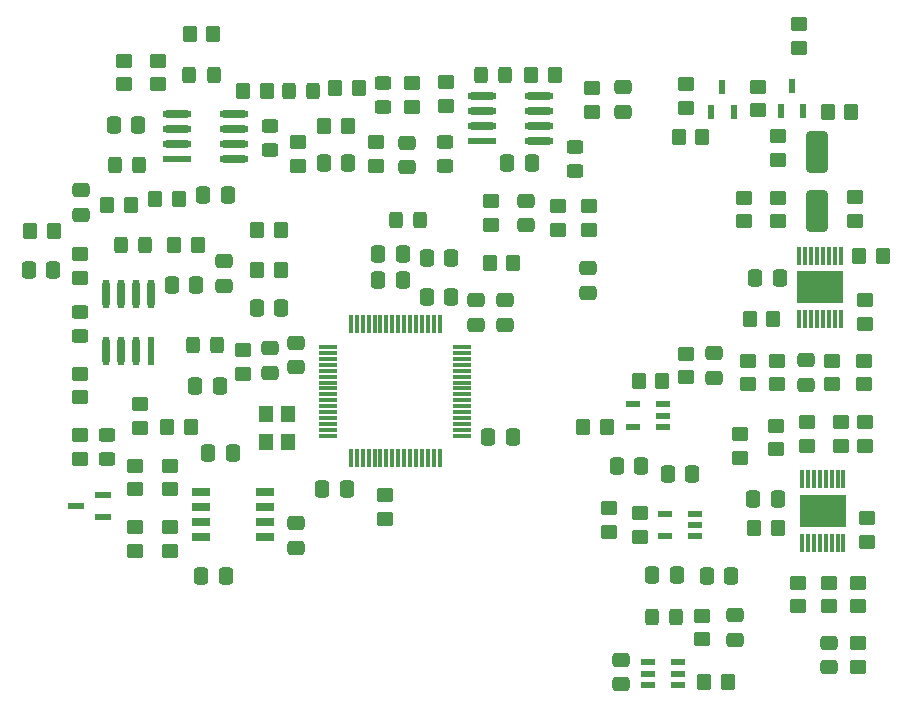
<source format=gbr>
%TF.GenerationSoftware,KiCad,Pcbnew,8.0.1*%
%TF.CreationDate,2024-08-13T20:03:31+03:00*%
%TF.ProjectId,Nodes,4e6f6465-732e-46b6-9963-61645f706362,rev?*%
%TF.SameCoordinates,Original*%
%TF.FileFunction,Paste,Bot*%
%TF.FilePolarity,Positive*%
%FSLAX46Y46*%
G04 Gerber Fmt 4.6, Leading zero omitted, Abs format (unit mm)*
G04 Created by KiCad (PCBNEW 8.0.1) date 2024-08-13 20:03:31*
%MOMM*%
%LPD*%
G01*
G04 APERTURE LIST*
G04 Aperture macros list*
%AMRoundRect*
0 Rectangle with rounded corners*
0 $1 Rounding radius*
0 $2 $3 $4 $5 $6 $7 $8 $9 X,Y pos of 4 corners*
0 Add a 4 corners polygon primitive as box body*
4,1,4,$2,$3,$4,$5,$6,$7,$8,$9,$2,$3,0*
0 Add four circle primitives for the rounded corners*
1,1,$1+$1,$2,$3*
1,1,$1+$1,$4,$5*
1,1,$1+$1,$6,$7*
1,1,$1+$1,$8,$9*
0 Add four rect primitives between the rounded corners*
20,1,$1+$1,$2,$3,$4,$5,0*
20,1,$1+$1,$4,$5,$6,$7,0*
20,1,$1+$1,$6,$7,$8,$9,0*
20,1,$1+$1,$8,$9,$2,$3,0*%
G04 Aperture macros list end*
%ADD10R,0.600000X1.250000*%
%ADD11RoundRect,0.250000X-0.450000X0.350000X-0.450000X-0.350000X0.450000X-0.350000X0.450000X0.350000X0*%
%ADD12RoundRect,0.250000X0.350000X0.450000X-0.350000X0.450000X-0.350000X-0.450000X0.350000X-0.450000X0*%
%ADD13RoundRect,0.250000X0.450000X-0.350000X0.450000X0.350000X-0.450000X0.350000X-0.450000X-0.350000X0*%
%ADD14RoundRect,0.250000X-0.475000X0.337500X-0.475000X-0.337500X0.475000X-0.337500X0.475000X0.337500X0*%
%ADD15RoundRect,0.250000X0.337500X0.475000X-0.337500X0.475000X-0.337500X-0.475000X0.337500X-0.475000X0*%
%ADD16RoundRect,0.250000X0.475000X-0.337500X0.475000X0.337500X-0.475000X0.337500X-0.475000X-0.337500X0*%
%ADD17RoundRect,0.250000X-0.337500X-0.475000X0.337500X-0.475000X0.337500X0.475000X-0.337500X0.475000X0*%
%ADD18RoundRect,0.250000X-0.450000X0.325000X-0.450000X-0.325000X0.450000X-0.325000X0.450000X0.325000X0*%
%ADD19RoundRect,0.250000X0.450000X-0.325000X0.450000X0.325000X-0.450000X0.325000X-0.450000X-0.325000X0*%
%ADD20R,0.622130X2.469160*%
%ADD21RoundRect,0.311065X0.000010X-0.923515X0.000010X0.923515X-0.000010X0.923515X-0.000010X-0.923515X0*%
%ADD22R,1.528000X0.650000*%
%ADD23R,1.200000X0.600000*%
%ADD24RoundRect,0.250000X0.325000X0.450000X-0.325000X0.450000X-0.325000X-0.450000X0.325000X-0.450000X0*%
%ADD25RoundRect,0.250000X-0.325000X-0.450000X0.325000X-0.450000X0.325000X0.450000X-0.325000X0.450000X0*%
%ADD26RoundRect,0.250000X-0.350000X-0.450000X0.350000X-0.450000X0.350000X0.450000X-0.350000X0.450000X0*%
%ADD27RoundRect,0.075000X-0.700000X-0.075000X0.700000X-0.075000X0.700000X0.075000X-0.700000X0.075000X0*%
%ADD28RoundRect,0.075000X-0.075000X-0.700000X0.075000X-0.700000X0.075000X0.700000X-0.075000X0.700000X0*%
%ADD29RoundRect,0.250000X-0.650000X1.500000X-0.650000X-1.500000X0.650000X-1.500000X0.650000X1.500000X0*%
%ADD30R,1.400000X0.600000*%
%ADD31R,2.469160X0.622130*%
%ADD32RoundRect,0.311065X-0.923515X-0.000010X0.923515X-0.000010X0.923515X0.000010X-0.923515X0.000010X0*%
%ADD33R,1.200000X1.400000*%
%ADD34R,1.150000X0.600000*%
%ADD35R,0.300000X1.500000*%
%ADD36R,3.910000X2.800000*%
G04 APERTURE END LIST*
D10*
%TO.C,Q2*%
X168551100Y-78753600D03*
X166651100Y-78753600D03*
X167601100Y-76653600D03*
%TD*%
%TO.C,Q1*%
X162651100Y-78803600D03*
X160751100Y-78803600D03*
X161701100Y-76703600D03*
%TD*%
D11*
%TO.C,R118*%
X168201100Y-71403600D03*
X168201100Y-73403600D03*
%TD*%
D12*
%TO.C,R117*%
X172601100Y-78803600D03*
X170601100Y-78803600D03*
%TD*%
D11*
%TO.C,R116*%
X166401100Y-80903600D03*
X166401100Y-82903600D03*
%TD*%
D13*
%TO.C,R115*%
X133101100Y-113303600D03*
X133101100Y-111303600D03*
%TD*%
%TO.C,R48*%
X159951100Y-123503600D03*
X159951100Y-121503600D03*
%TD*%
D14*
%TO.C,C82*%
X119501100Y-91466100D03*
X119501100Y-93541100D03*
%TD*%
D15*
%TO.C,C19*%
X157838600Y-118053600D03*
X155763600Y-118053600D03*
%TD*%
%TO.C,C78*%
X145538600Y-83203600D03*
X143463600Y-83203600D03*
%TD*%
D13*
%TO.C,R25*%
X173901100Y-115253640D03*
X173901100Y-113253640D03*
%TD*%
D16*
%TO.C,C71*%
X107401100Y-87541100D03*
X107401100Y-85466100D03*
%TD*%
D12*
%TO.C,R97*%
X130901100Y-76803600D03*
X128901100Y-76803600D03*
%TD*%
D17*
%TO.C,C48*%
X117563600Y-118103600D03*
X119638600Y-118103600D03*
%TD*%
D18*
%TO.C,L26*%
X138201100Y-81378600D03*
X138201100Y-83428600D03*
%TD*%
D11*
%TO.C,R22*%
X171701100Y-105103600D03*
X171701100Y-107103600D03*
%TD*%
D17*
%TO.C,C29*%
X160363600Y-118103600D03*
X162438600Y-118103600D03*
%TD*%
D15*
%TO.C,C22*%
X120238600Y-107703600D03*
X118163600Y-107703600D03*
%TD*%
D13*
%TO.C,R64*%
X147801100Y-88803600D03*
X147801100Y-86803600D03*
%TD*%
D15*
%TO.C,C16*%
X134638600Y-93103600D03*
X132563600Y-93103600D03*
%TD*%
D18*
%TO.C,L25*%
X133001100Y-76378600D03*
X133001100Y-78428600D03*
%TD*%
D11*
%TO.C,R9*%
X173701100Y-99903600D03*
X173701100Y-101903600D03*
%TD*%
D19*
%TO.C,L28*%
X107301100Y-97828600D03*
X107301100Y-95778600D03*
%TD*%
D11*
%TO.C,R62*%
X150401100Y-86803600D03*
X150401100Y-88803600D03*
%TD*%
%TO.C,R37*%
X114901100Y-108803600D03*
X114901100Y-110803600D03*
%TD*%
D12*
%TO.C,R104*%
X105101100Y-88903600D03*
X103101100Y-88903600D03*
%TD*%
D14*
%TO.C,C61*%
X153301100Y-76766100D03*
X153301100Y-78841100D03*
%TD*%
D12*
%TO.C,R81*%
X118601100Y-72203600D03*
X116601100Y-72203600D03*
%TD*%
D16*
%TO.C,C80*%
X145101100Y-88441100D03*
X145101100Y-86366100D03*
%TD*%
D20*
%TO.C,U10*%
X113306090Y-99117180D03*
D21*
X112036090Y-99117180D03*
X110766090Y-99117180D03*
X109496090Y-99117180D03*
X109496090Y-94290010D03*
X110766090Y-94290010D03*
X112036090Y-94290010D03*
X113306090Y-94290010D03*
%TD*%
D22*
%TO.C,IC4*%
X123001100Y-110998650D03*
X123001100Y-112268650D03*
X123001100Y-113538650D03*
X123001100Y-114808650D03*
X117579110Y-114808650D03*
X117579110Y-113538650D03*
X117579110Y-112268650D03*
X117579110Y-110998650D03*
%TD*%
D15*
%TO.C,C8*%
X166538600Y-92903600D03*
X164463600Y-92903600D03*
%TD*%
D11*
%TO.C,R8*%
X172901110Y-86053620D03*
X172901110Y-88053620D03*
%TD*%
%TO.C,R96*%
X142101100Y-86403600D03*
X142101100Y-88403600D03*
%TD*%
D15*
%TO.C,C30*%
X159138600Y-109503600D03*
X157063600Y-109503600D03*
%TD*%
D16*
%TO.C,C12*%
X140801100Y-96841100D03*
X140801100Y-94766100D03*
%TD*%
D11*
%TO.C,R35*%
X158601100Y-99303600D03*
X158601100Y-101303600D03*
%TD*%
D17*
%TO.C,C13*%
X141863600Y-106403600D03*
X143938600Y-106403600D03*
%TD*%
D23*
%TO.C,PS1*%
X157901100Y-125453600D03*
X157901100Y-126403600D03*
X157901100Y-127353600D03*
X155401100Y-127353600D03*
X155401100Y-126403600D03*
X155401100Y-125453600D03*
%TD*%
D16*
%TO.C,C7*%
X168763600Y-101941100D03*
X168763600Y-99866100D03*
%TD*%
D15*
%TO.C,C15*%
X129901100Y-110803600D03*
X127826100Y-110803600D03*
%TD*%
D13*
%TO.C,R98*%
X135401100Y-78403600D03*
X135401100Y-76403600D03*
%TD*%
D16*
%TO.C,C11*%
X143301100Y-96841100D03*
X143301100Y-94766100D03*
%TD*%
D24*
%TO.C,L19*%
X112326100Y-83303600D03*
X110276100Y-83303600D03*
%TD*%
D12*
%TO.C,R40*%
X151901100Y-105503600D03*
X149901100Y-105503600D03*
%TD*%
D13*
%TO.C,R11*%
X173801100Y-96803600D03*
X173801100Y-94803600D03*
%TD*%
D12*
%TO.C,R18*%
X166401100Y-114103600D03*
X164401100Y-114103600D03*
%TD*%
D17*
%TO.C,C69*%
X127963600Y-83203600D03*
X130038600Y-83203600D03*
%TD*%
D25*
%TO.C,L18*%
X124976100Y-77103600D03*
X127026100Y-77103600D03*
%TD*%
D11*
%TO.C,R106*%
X107301100Y-106203600D03*
X107301100Y-108203600D03*
%TD*%
%TO.C,R75*%
X113901100Y-74503600D03*
X113901100Y-76503600D03*
%TD*%
D12*
%TO.C,R39*%
X156601100Y-101603600D03*
X154601100Y-101603600D03*
%TD*%
D25*
%TO.C,L5*%
X155726100Y-121603600D03*
X157776100Y-121603600D03*
%TD*%
D18*
%TO.C,L20*%
X123401100Y-80053600D03*
X123401100Y-82103600D03*
%TD*%
D26*
%TO.C,R80*%
X122301100Y-88803600D03*
X124301100Y-88803600D03*
%TD*%
D11*
%TO.C,R19*%
X166201100Y-105403600D03*
X166201100Y-107403600D03*
%TD*%
D19*
%TO.C,L27*%
X109601100Y-108228600D03*
X109601100Y-106178600D03*
%TD*%
D26*
%TO.C,R49*%
X160151100Y-127103600D03*
X162151100Y-127103600D03*
%TD*%
D25*
%TO.C,L11*%
X141276100Y-75703600D03*
X143326100Y-75703600D03*
%TD*%
D27*
%TO.C,U11*%
X128326100Y-106253600D03*
X128326100Y-105753600D03*
X128326100Y-105253600D03*
X128326100Y-104753600D03*
X128326100Y-104253600D03*
X128326100Y-103753600D03*
X128326100Y-103253600D03*
X128326100Y-102753600D03*
X128326100Y-102253600D03*
X128326100Y-101753600D03*
X128326100Y-101253600D03*
X128326100Y-100753600D03*
X128326100Y-100253600D03*
X128326100Y-99753600D03*
X128326100Y-99253600D03*
X128326100Y-98753600D03*
D28*
X130251100Y-96828600D03*
X130751100Y-96828600D03*
X131251100Y-96828600D03*
X131751100Y-96828600D03*
X132251100Y-96828600D03*
X132751100Y-96828600D03*
X133251100Y-96828600D03*
X133751100Y-96828600D03*
X134251100Y-96828600D03*
X134751100Y-96828600D03*
X135251100Y-96828600D03*
X135751100Y-96828600D03*
X136251100Y-96828600D03*
X136751100Y-96828600D03*
X137251100Y-96828600D03*
X137751100Y-96828600D03*
D27*
X139676100Y-98753600D03*
X139676100Y-99253600D03*
X139676100Y-99753600D03*
X139676100Y-100253600D03*
X139676100Y-100753600D03*
X139676100Y-101253600D03*
X139676100Y-101753600D03*
X139676100Y-102253600D03*
X139676100Y-102753600D03*
X139676100Y-103253600D03*
X139676100Y-103753600D03*
X139676100Y-104253600D03*
X139676100Y-104753600D03*
X139676100Y-105253600D03*
X139676100Y-105753600D03*
X139676100Y-106253600D03*
D28*
X137751100Y-108178600D03*
X137251100Y-108178600D03*
X136751100Y-108178600D03*
X136251100Y-108178600D03*
X135751100Y-108178600D03*
X135251100Y-108178600D03*
X134751100Y-108178600D03*
X134251100Y-108178600D03*
X133751100Y-108178600D03*
X133251100Y-108178600D03*
X132751100Y-108178600D03*
X132251100Y-108178600D03*
X131751100Y-108178600D03*
X131251100Y-108178600D03*
X130751100Y-108178600D03*
X130251100Y-108178600D03*
%TD*%
D25*
%TO.C,L29*%
X116876100Y-98603600D03*
X118926100Y-98603600D03*
%TD*%
D29*
%TO.C,D1*%
X169738600Y-82203600D03*
X169738600Y-87203600D03*
%TD*%
D13*
%TO.C,R100*%
X112401100Y-105603600D03*
X112401100Y-103603600D03*
%TD*%
D11*
%TO.C,R63*%
X138301100Y-76303600D03*
X138301100Y-78303600D03*
%TD*%
D26*
%TO.C,R78*%
X109601100Y-86703600D03*
X111601100Y-86703600D03*
%TD*%
D11*
%TO.C,R21*%
X168101100Y-118703600D03*
X168101100Y-120703600D03*
%TD*%
D25*
%TO.C,L30*%
X110776100Y-90103600D03*
X112826100Y-90103600D03*
%TD*%
D26*
%TO.C,R60*%
X145501100Y-75703600D03*
X147501100Y-75703600D03*
%TD*%
D30*
%TO.C,D4*%
X109251100Y-111253600D03*
X109251100Y-113153600D03*
X106951100Y-112203600D03*
%TD*%
D17*
%TO.C,C84*%
X117063600Y-102003600D03*
X119138600Y-102003600D03*
%TD*%
D11*
%TO.C,R42*%
X152101100Y-112403600D03*
X152101100Y-114403600D03*
%TD*%
D14*
%TO.C,C14*%
X125601100Y-98366100D03*
X125601100Y-100441100D03*
%TD*%
D17*
%TO.C,C21*%
X136663600Y-94503600D03*
X138738600Y-94503600D03*
%TD*%
%TO.C,C81*%
X115063600Y-93503600D03*
X117138600Y-93503600D03*
%TD*%
D11*
%TO.C,R105*%
X121101100Y-99003600D03*
X121101100Y-101003600D03*
%TD*%
D15*
%TO.C,C68*%
X119838600Y-85903600D03*
X117763600Y-85903600D03*
%TD*%
D26*
%TO.C,R79*%
X128001100Y-80003600D03*
X130001100Y-80003600D03*
%TD*%
D11*
%TO.C,R12*%
X171001100Y-99903600D03*
X171001100Y-101903600D03*
%TD*%
%TO.C,R29*%
X173201100Y-118703600D03*
X173201100Y-120703600D03*
%TD*%
D12*
%TO.C,R4*%
X166001100Y-96403600D03*
X164001100Y-96403600D03*
%TD*%
D18*
%TO.C,L12*%
X149201100Y-81778600D03*
X149201100Y-83828600D03*
%TD*%
D15*
%TO.C,C32*%
X154838600Y-108803600D03*
X152763600Y-108803600D03*
%TD*%
D13*
%TO.C,R101*%
X107301100Y-92903600D03*
X107301100Y-90903600D03*
%TD*%
D15*
%TO.C,C10*%
X166403590Y-111603600D03*
X164328590Y-111603600D03*
%TD*%
D11*
%TO.C,R46*%
X112001100Y-108803600D03*
X112001100Y-110803600D03*
%TD*%
%TO.C,R95*%
X132401100Y-81403600D03*
X132401100Y-83403600D03*
%TD*%
%TO.C,R76*%
X125801100Y-81403600D03*
X125801100Y-83403600D03*
%TD*%
D16*
%TO.C,C18*%
X153101100Y-127291100D03*
X153101100Y-125216100D03*
%TD*%
D26*
%TO.C,R99*%
X142001100Y-91603600D03*
X144001100Y-91603600D03*
%TD*%
D31*
%TO.C,U8*%
X115501100Y-82813600D03*
D32*
X115501100Y-81543600D03*
X115501100Y-80273600D03*
X115501100Y-79003600D03*
X120328270Y-79003600D03*
X120328270Y-80273600D03*
X120328270Y-81543600D03*
X120328270Y-82813600D03*
%TD*%
D14*
%TO.C,C79*%
X135001100Y-81466100D03*
X135001100Y-83541100D03*
%TD*%
D11*
%TO.C,R61*%
X150701100Y-76803600D03*
X150701100Y-78803600D03*
%TD*%
D17*
%TO.C,C20*%
X136663600Y-91203600D03*
X138738600Y-91203600D03*
%TD*%
D12*
%TO.C,R84*%
X124301100Y-92203600D03*
X122301100Y-92203600D03*
%TD*%
D14*
%TO.C,C31*%
X161001100Y-99266100D03*
X161001100Y-101341100D03*
%TD*%
D11*
%TO.C,R6*%
X163501100Y-86103600D03*
X163501100Y-88103600D03*
%TD*%
D26*
%TO.C,R83*%
X113701100Y-86203600D03*
X115701100Y-86203600D03*
%TD*%
%TO.C,R102*%
X115301100Y-90103600D03*
X117301100Y-90103600D03*
%TD*%
%TO.C,R112*%
X158001100Y-81003600D03*
X160001100Y-81003600D03*
%TD*%
D11*
%TO.C,R47*%
X114901100Y-114003600D03*
X114901100Y-116003600D03*
%TD*%
D26*
%TO.C,R103*%
X114701100Y-105503600D03*
X116701100Y-105503600D03*
%TD*%
D15*
%TO.C,C83*%
X105038600Y-92203600D03*
X102963600Y-92203600D03*
%TD*%
D11*
%TO.C,R7*%
X163901100Y-99903600D03*
X163901100Y-101903600D03*
%TD*%
%TO.C,R23*%
X173201100Y-123803600D03*
X173201100Y-125803600D03*
%TD*%
D33*
%TO.C,Y2*%
X123051100Y-106803600D03*
X123051100Y-104403600D03*
X124951100Y-104403600D03*
X124951100Y-106803600D03*
%TD*%
D11*
%TO.C,R26*%
X170701100Y-118703600D03*
X170701100Y-120703600D03*
%TD*%
%TO.C,R15*%
X166363600Y-99903600D03*
X166363600Y-101903600D03*
%TD*%
D12*
%TO.C,R10*%
X175301100Y-91003600D03*
X173301100Y-91003600D03*
%TD*%
D15*
%TO.C,C72*%
X124338600Y-95403600D03*
X122263600Y-95403600D03*
%TD*%
D25*
%TO.C,L2*%
X134076100Y-88003600D03*
X136126100Y-88003600D03*
%TD*%
D24*
%TO.C,L17*%
X118626100Y-75703600D03*
X116576100Y-75703600D03*
%TD*%
D12*
%TO.C,R82*%
X123101100Y-77103600D03*
X121101100Y-77103600D03*
%TD*%
D34*
%TO.C,IC6*%
X156651100Y-103603600D03*
X156651100Y-104553600D03*
X156651100Y-105503600D03*
X154151100Y-105503600D03*
X154151100Y-103603600D03*
%TD*%
D35*
%TO.C,IC1*%
X168201130Y-91003600D03*
X168701100Y-91003600D03*
X169201130Y-91003600D03*
X169701100Y-91003600D03*
X170201130Y-91003600D03*
X170701100Y-91003600D03*
X171201120Y-91003600D03*
X171701100Y-91003600D03*
X171701100Y-96403640D03*
X171201120Y-96403640D03*
X170701100Y-96403640D03*
X170201130Y-96403640D03*
X169701100Y-96403640D03*
X169201130Y-96403640D03*
X168701100Y-96403640D03*
X168201130Y-96403640D03*
D36*
X169951140Y-93703620D03*
%TD*%
D11*
%TO.C,R107*%
X107301100Y-101003600D03*
X107301100Y-103003600D03*
%TD*%
D34*
%TO.C,IC5*%
X159351100Y-112853600D03*
X159351100Y-113803600D03*
X159351100Y-114753600D03*
X156851100Y-114753600D03*
X156851100Y-112853600D03*
%TD*%
D11*
%TO.C,R109*%
X112001100Y-114003600D03*
X112001100Y-116003600D03*
%TD*%
D13*
%TO.C,R30*%
X168901100Y-107103600D03*
X168901100Y-105103600D03*
%TD*%
D11*
%TO.C,R111*%
X164701100Y-76703600D03*
X164701100Y-78703600D03*
%TD*%
D13*
%TO.C,R43*%
X154701100Y-114803600D03*
X154701100Y-112803600D03*
%TD*%
D15*
%TO.C,C70*%
X112238600Y-79903600D03*
X110163600Y-79903600D03*
%TD*%
D14*
%TO.C,C47*%
X125601100Y-113666100D03*
X125601100Y-115741100D03*
%TD*%
D16*
%TO.C,C85*%
X123401100Y-100941100D03*
X123401100Y-98866100D03*
%TD*%
D11*
%TO.C,R24*%
X173801100Y-105103600D03*
X173801100Y-107103600D03*
%TD*%
D35*
%TO.C,IC2*%
X168451070Y-109903600D03*
X168951090Y-109903600D03*
X169451070Y-109903600D03*
X169951090Y-109903600D03*
X170451070Y-109903600D03*
X170951090Y-109903600D03*
X171451110Y-109903600D03*
X171951090Y-109903600D03*
X171951090Y-115303640D03*
X171451110Y-115303640D03*
X170951090Y-115303640D03*
X170451070Y-115303640D03*
X169951090Y-115303640D03*
X169451070Y-115303640D03*
X168951090Y-115303640D03*
X168451070Y-115303640D03*
D36*
X170201080Y-112603620D03*
%TD*%
D11*
%TO.C,R113*%
X158601100Y-76503600D03*
X158601100Y-78503600D03*
%TD*%
D15*
%TO.C,C17*%
X134638600Y-90903600D03*
X132563600Y-90903600D03*
%TD*%
D31*
%TO.C,U6*%
X141387525Y-81308625D03*
D32*
X141387525Y-80038625D03*
X141387525Y-78768625D03*
X141387525Y-77498625D03*
X146214695Y-77498625D03*
X146214695Y-78768625D03*
X146214695Y-80038625D03*
X146214695Y-81308625D03*
%TD*%
D14*
%TO.C,C9*%
X170701100Y-123766100D03*
X170701100Y-125841100D03*
%TD*%
D11*
%TO.C,R5*%
X166401100Y-86103600D03*
X166401100Y-88103600D03*
%TD*%
D14*
%TO.C,C62*%
X150301100Y-92066100D03*
X150301100Y-94141100D03*
%TD*%
D13*
%TO.C,R77*%
X111001100Y-76503600D03*
X111001100Y-74503600D03*
%TD*%
D14*
%TO.C,C23*%
X162751100Y-121466100D03*
X162751100Y-123541100D03*
%TD*%
D11*
%TO.C,R20*%
X163201100Y-106103600D03*
X163201100Y-108103600D03*
%TD*%
M02*

</source>
